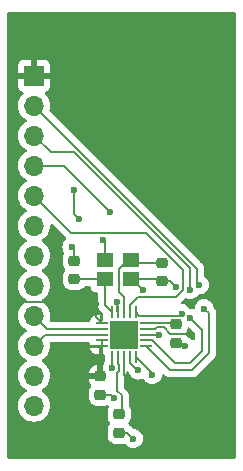
<source format=gbr>
%TF.GenerationSoftware,KiCad,Pcbnew,8.0.4*%
%TF.CreationDate,2024-10-29T17:12:26-05:00*%
%TF.ProjectId,smd_breadboard,736d645f-6272-4656-9164-626f6172642e,rev?*%
%TF.SameCoordinates,Original*%
%TF.FileFunction,Copper,L1,Top*%
%TF.FilePolarity,Positive*%
%FSLAX46Y46*%
G04 Gerber Fmt 4.6, Leading zero omitted, Abs format (unit mm)*
G04 Created by KiCad (PCBNEW 8.0.4) date 2024-10-29 17:12:26*
%MOMM*%
%LPD*%
G01*
G04 APERTURE LIST*
G04 Aperture macros list*
%AMRoundRect*
0 Rectangle with rounded corners*
0 $1 Rounding radius*
0 $2 $3 $4 $5 $6 $7 $8 $9 X,Y pos of 4 corners*
0 Add a 4 corners polygon primitive as box body*
4,1,4,$2,$3,$4,$5,$6,$7,$8,$9,$2,$3,0*
0 Add four circle primitives for the rounded corners*
1,1,$1+$1,$2,$3*
1,1,$1+$1,$4,$5*
1,1,$1+$1,$6,$7*
1,1,$1+$1,$8,$9*
0 Add four rect primitives between the rounded corners*
20,1,$1+$1,$2,$3,$4,$5,0*
20,1,$1+$1,$4,$5,$6,$7,0*
20,1,$1+$1,$6,$7,$8,$9,0*
20,1,$1+$1,$8,$9,$2,$3,0*%
G04 Aperture macros list end*
%TA.AperFunction,ComponentPad*%
%ADD10R,1.700000X1.700000*%
%TD*%
%TA.AperFunction,ComponentPad*%
%ADD11O,1.700000X1.700000*%
%TD*%
%TA.AperFunction,SMDPad,CuDef*%
%ADD12RoundRect,0.062500X0.425000X0.062500X-0.425000X0.062500X-0.425000X-0.062500X0.425000X-0.062500X0*%
%TD*%
%TA.AperFunction,SMDPad,CuDef*%
%ADD13RoundRect,0.062500X0.062500X0.425000X-0.062500X0.425000X-0.062500X-0.425000X0.062500X-0.425000X0*%
%TD*%
%TA.AperFunction,HeatsinkPad*%
%ADD14R,2.400000X2.400000*%
%TD*%
%TA.AperFunction,SMDPad,CuDef*%
%ADD15R,1.400000X1.200000*%
%TD*%
%TA.AperFunction,SMDPad,CuDef*%
%ADD16RoundRect,0.218750X-0.256250X0.218750X-0.256250X-0.218750X0.256250X-0.218750X0.256250X0.218750X0*%
%TD*%
%TA.AperFunction,SMDPad,CuDef*%
%ADD17RoundRect,0.225000X-0.250000X0.225000X-0.250000X-0.225000X0.250000X-0.225000X0.250000X0.225000X0*%
%TD*%
%TA.AperFunction,SMDPad,CuDef*%
%ADD18RoundRect,0.225000X0.250000X-0.225000X0.250000X0.225000X-0.250000X0.225000X-0.250000X-0.225000X0*%
%TD*%
%TA.AperFunction,ViaPad*%
%ADD19C,0.600000*%
%TD*%
%TA.AperFunction,Conductor*%
%ADD20C,0.200000*%
%TD*%
G04 APERTURE END LIST*
D10*
%TO.P,J2,1,Pin_1*%
%TO.N,VDD*%
X154200000Y-38880000D03*
D11*
%TO.P,J2,2,Pin_2*%
%TO.N,SPI_SCLK*%
X154200000Y-41420000D03*
%TO.P,J2,3,Pin_3*%
%TO.N,SPI_MISO*%
X154200000Y-43960000D03*
%TO.P,J2,4,Pin_4*%
%TO.N,SPI_MOSI*%
X154200000Y-46500000D03*
%TO.P,J2,5,Pin_5*%
%TO.N,SPI_NSS*%
X154200000Y-49040000D03*
%TO.P,J2,6,Pin_6*%
%TO.N,GDO0*%
X154200000Y-51580000D03*
%TO.P,J2,7,Pin_7*%
%TO.N,GDO2*%
X154200000Y-54120000D03*
%TO.P,J2,8,Pin_8*%
%TO.N,GND*%
X154200000Y-56660000D03*
%TO.P,J2,9,Pin_9*%
%TO.N,RF_P*%
X154200000Y-59200000D03*
%TO.P,J2,10,Pin_10*%
%TO.N,RF_N*%
X154200000Y-61740000D03*
%TO.P,J2,11,Pin_11*%
%TO.N,GND*%
X154200000Y-64280000D03*
%TO.P,J2,12,Pin_12*%
X154200000Y-66820000D03*
%TD*%
D12*
%TO.P,U2,1,SCLK*%
%TO.N,SPI_SCLK*%
X163687500Y-61800000D03*
%TO.P,U2,2,SO*%
%TO.N,SPI_MISO*%
X163687500Y-61300000D03*
%TO.P,U2,3,GDO2*%
%TO.N,GDO2*%
X163687500Y-60800000D03*
%TO.P,U2,4,DVDD*%
%TO.N,VDD*%
X163687500Y-60300000D03*
%TO.P,U2,5,DCOUPL*%
%TO.N,Net-(U2-DCOUPL)*%
X163687500Y-59800000D03*
D13*
%TO.P,U2,6,GDO0*%
%TO.N,GDO0*%
X162800000Y-58912500D03*
%TO.P,U2,7,CSN*%
%TO.N,SPI_NSS*%
X162300000Y-58912500D03*
%TO.P,U2,8,XOSC_Q1*%
%TO.N,OSC_IN*%
X161800000Y-58912500D03*
%TO.P,U2,9,AVDD*%
%TO.N,VDD*%
X161300000Y-58912500D03*
%TO.P,U2,10,XOSC_Q2*%
%TO.N,OSC_OUT*%
X160800000Y-58912500D03*
D12*
%TO.P,U2,11,AVDD*%
%TO.N,VDD*%
X159912500Y-59800000D03*
%TO.P,U2,12,RF_P*%
%TO.N,RF_P*%
X159912500Y-60300000D03*
%TO.P,U2,13,RF_N*%
%TO.N,RF_N*%
X159912500Y-60800000D03*
%TO.P,U2,14,AVDD*%
%TO.N,VDD*%
X159912500Y-61300000D03*
%TO.P,U2,15,AVDD*%
X159912500Y-61800000D03*
D13*
%TO.P,U2,16,GND*%
%TO.N,GND*%
X160800000Y-62687500D03*
%TO.P,U2,17,RBIAS*%
%TO.N,RBIAS*%
X161300000Y-62687500D03*
%TO.P,U2,18,DGUARD*%
%TO.N,VDD*%
X161800000Y-62687500D03*
%TO.P,U2,19,GND*%
%TO.N,GND*%
X162300000Y-62687500D03*
%TO.P,U2,20,SI*%
%TO.N,SPI_MOSI*%
X162800000Y-62687500D03*
D14*
%TO.P,U2,21,EPAD*%
%TO.N,GND*%
X161800000Y-60800000D03*
%TD*%
D15*
%TO.P,Y1,1,X'TAL_1*%
%TO.N,OSC_IN*%
X162400000Y-54512500D03*
%TO.P,Y1,2,NC_1*%
%TO.N,GND*%
X160200000Y-54512500D03*
%TO.P,Y1,3,X'TAL_2*%
%TO.N,OSC_OUT*%
X160200000Y-56112500D03*
%TO.P,Y1,4,NC_2*%
%TO.N,GND*%
X162400000Y-56112500D03*
%TD*%
D16*
%TO.P,R1,1*%
%TO.N,RBIAS*%
X161400000Y-67525000D03*
%TO.P,R1,2*%
%TO.N,GND*%
X161400000Y-69100000D03*
%TD*%
D17*
%TO.P,C8,1*%
%TO.N,VDD*%
X159800000Y-64337500D03*
%TO.P,C8,2*%
%TO.N,GND*%
X159800000Y-65887500D03*
%TD*%
D18*
%TO.P,C7,1*%
%TO.N,OSC_OUT*%
X157600000Y-56087500D03*
%TO.P,C7,2*%
%TO.N,GND*%
X157600000Y-54537500D03*
%TD*%
D17*
%TO.P,C6,1*%
%TO.N,OSC_IN*%
X165000000Y-54737500D03*
%TO.P,C6,2*%
%TO.N,GND*%
X165000000Y-56287500D03*
%TD*%
%TO.P,C5,1*%
%TO.N,Net-(U2-DCOUPL)*%
X166200000Y-59937500D03*
%TO.P,C5,2*%
%TO.N,GND*%
X166200000Y-61487500D03*
%TD*%
D19*
%TO.N,VDD*%
X152800000Y-58000000D03*
X156200000Y-59000000D03*
%TO.N,GND*%
X157600000Y-48600000D03*
X158000000Y-51000000D03*
%TO.N,VDD*%
X170400000Y-62000000D03*
X167600000Y-60800000D03*
X159400000Y-58200000D03*
X161200000Y-58000000D03*
%TO.N,SPI_SCLK*%
X168600000Y-58600000D03*
X168200000Y-56600000D03*
%TO.N,SPI_MISO*%
X167400000Y-59400000D03*
X167400000Y-57000000D03*
%TO.N,GND*%
X161800000Y-61600000D03*
X161000000Y-60800000D03*
X162600000Y-61600000D03*
X161000000Y-61600000D03*
X161800000Y-60800000D03*
X162600000Y-60800000D03*
X162600000Y-60000000D03*
X161800000Y-60000000D03*
X161000000Y-60000000D03*
%TO.N,GDO0*%
X166677972Y-59020607D03*
%TO.N,SPI_MOSI*%
X160600000Y-50400000D03*
X164200000Y-64200000D03*
%TO.N,GDO2*%
X164805510Y-60805510D03*
%TO.N,GND*%
X160800000Y-63600000D03*
X160000000Y-52800000D03*
X163400000Y-57000000D03*
X166200000Y-56800000D03*
X157400000Y-53400000D03*
X163000000Y-63800000D03*
X167000000Y-61800000D03*
X162600000Y-69600000D03*
X161000000Y-66200000D03*
%TD*%
D20*
%TO.N,VDD*%
X155200000Y-58000000D02*
X152800000Y-58000000D01*
X156200000Y-59000000D02*
X155200000Y-58000000D01*
X161800000Y-64200000D02*
X162800000Y-65200000D01*
X161800000Y-63185785D02*
X161800000Y-64200000D01*
%TO.N,RBIAS*%
X161600000Y-65951471D02*
X161600000Y-67325000D01*
X161200000Y-64048529D02*
X161200000Y-65551471D01*
X161200000Y-65551471D02*
X161600000Y-65951471D01*
X161400000Y-63848529D02*
X161200000Y-64048529D01*
X161400000Y-63351471D02*
X161400000Y-63848529D01*
X161300000Y-63251471D02*
X161400000Y-63351471D01*
X161300000Y-62687500D02*
X161300000Y-63251471D01*
X161600000Y-67325000D02*
X161400000Y-67525000D01*
%TO.N,GND*%
X160800000Y-63600000D02*
X160800000Y-62687500D01*
%TO.N,VDD*%
X161800000Y-62687500D02*
X161800000Y-63185785D01*
%TO.N,GND*%
X162300000Y-63189386D02*
X162300000Y-62687500D01*
X163000000Y-63800000D02*
X162910614Y-63800000D01*
X162910614Y-63800000D02*
X162300000Y-63189386D01*
%TO.N,VDD*%
X159912500Y-61800000D02*
X159912500Y-61300000D01*
%TO.N,GND*%
X157600000Y-50600000D02*
X158000000Y-51000000D01*
X157600000Y-48600000D02*
X157600000Y-50600000D01*
X164825000Y-56112500D02*
X165000000Y-56287500D01*
X162400000Y-56112500D02*
X164825000Y-56112500D01*
%TO.N,VDD*%
X167537500Y-60737500D02*
X167600000Y-60800000D01*
X165737500Y-60737500D02*
X167537500Y-60737500D01*
X165200000Y-60200000D02*
X165737500Y-60737500D01*
X164562491Y-60200000D02*
X165200000Y-60200000D01*
X164462491Y-60300000D02*
X164562491Y-60200000D01*
X163687500Y-60300000D02*
X164462491Y-60300000D01*
%TO.N,SPI_MISO*%
X168400000Y-60400000D02*
X167400000Y-59400000D01*
X168400000Y-62200000D02*
X168400000Y-60400000D01*
X167400000Y-63200000D02*
X168400000Y-62200000D01*
X166089386Y-63200000D02*
X167400000Y-63200000D01*
X164189386Y-61300000D02*
X166089386Y-63200000D01*
X163687500Y-61300000D02*
X164189386Y-61300000D01*
%TO.N,SPI_SCLK*%
X165687500Y-63800000D02*
X163687500Y-61800000D01*
X169000000Y-62400000D02*
X167600000Y-63800000D01*
X168600000Y-58600000D02*
X169000000Y-59000000D01*
X169000000Y-59000000D02*
X169000000Y-62400000D01*
X167600000Y-63800000D02*
X165687500Y-63800000D01*
%TO.N,VDD*%
X159400000Y-59287500D02*
X159912500Y-59800000D01*
X159400000Y-58200000D02*
X159400000Y-59287500D01*
X161225000Y-58025000D02*
X161200000Y-58000000D01*
X161225000Y-58400000D02*
X161225000Y-58025000D01*
%TO.N,OSC_IN*%
X161400000Y-55212500D02*
X161400000Y-57200000D01*
X161400000Y-57200000D02*
X161800000Y-57600000D01*
X162100000Y-54512500D02*
X161400000Y-55212500D01*
X161800000Y-57600000D02*
X161800000Y-58912500D01*
X162400000Y-54512500D02*
X162100000Y-54512500D01*
%TO.N,VDD*%
X161225000Y-58837500D02*
X161225000Y-58400000D01*
X161300000Y-58912500D02*
X161225000Y-58837500D01*
%TO.N,GDO0*%
X165726304Y-59187500D02*
X165713804Y-59200000D01*
X166511079Y-59187500D02*
X165726304Y-59187500D01*
X165713804Y-59200000D02*
X163087500Y-59200000D01*
X163087500Y-59200000D02*
X162800000Y-58912500D01*
X166677972Y-59020607D02*
X166511079Y-59187500D01*
%TO.N,SPI_NSS*%
X166800000Y-57048529D02*
X166248529Y-57600000D01*
X166800000Y-55313804D02*
X166800000Y-57048529D01*
X163686196Y-52200000D02*
X166800000Y-55313804D01*
X163000000Y-57600000D02*
X162300000Y-58300000D01*
X157360000Y-52200000D02*
X163686196Y-52200000D01*
X166248529Y-57600000D02*
X163000000Y-57600000D01*
X154200000Y-49040000D02*
X157360000Y-52200000D01*
X162300000Y-58300000D02*
X162300000Y-58912500D01*
%TO.N,SPI_SCLK*%
X168000000Y-56400000D02*
X168200000Y-56600000D01*
X168000000Y-55220000D02*
X168000000Y-56400000D01*
%TO.N,SPI_MISO*%
X155590000Y-45350000D02*
X154200000Y-43960000D01*
X167400000Y-55200000D02*
X157550000Y-45350000D01*
X157550000Y-45350000D02*
X155590000Y-45350000D01*
X167400000Y-57000000D02*
X167400000Y-55200000D01*
%TO.N,SPI_MOSI*%
X162800000Y-62687500D02*
X164200000Y-64087500D01*
X164200000Y-64087500D02*
X164200000Y-64200000D01*
X156700000Y-46500000D02*
X160600000Y-50400000D01*
X154200000Y-46500000D02*
X156700000Y-46500000D01*
%TO.N,GND*%
X166512500Y-61800000D02*
X166200000Y-61487500D01*
X167000000Y-61800000D02*
X166512500Y-61800000D01*
%TO.N,GDO2*%
X164800000Y-60800000D02*
X163687500Y-60800000D01*
X164805510Y-60805510D02*
X164800000Y-60800000D01*
%TO.N,SPI_SCLK*%
X168000000Y-55220000D02*
X154200000Y-41420000D01*
%TO.N,GND*%
X160200000Y-53000000D02*
X160000000Y-52800000D01*
X160200000Y-54512500D02*
X160200000Y-53000000D01*
X162512500Y-56112500D02*
X163400000Y-57000000D01*
X162400000Y-56112500D02*
X162512500Y-56112500D01*
X165687500Y-56287500D02*
X166200000Y-56800000D01*
X165000000Y-56287500D02*
X165687500Y-56287500D01*
X157600000Y-53600000D02*
X157400000Y-53400000D01*
X157600000Y-54537500D02*
X157600000Y-53600000D01*
X162100000Y-69100000D02*
X162600000Y-69600000D01*
X161400000Y-69100000D02*
X162100000Y-69100000D01*
X160687500Y-65887500D02*
X161000000Y-66200000D01*
X159800000Y-65887500D02*
X160687500Y-65887500D01*
%TO.N,Net-(U2-DCOUPL)*%
X163687500Y-59800000D02*
X166062500Y-59800000D01*
X166062500Y-59800000D02*
X166200000Y-59937500D01*
%TO.N,OSC_OUT*%
X160175000Y-56087500D02*
X160200000Y-56112500D01*
X157600000Y-56087500D02*
X160175000Y-56087500D01*
%TO.N,OSC_IN*%
X162625000Y-54737500D02*
X162400000Y-54512500D01*
X165000000Y-54737500D02*
X162625000Y-54737500D01*
%TO.N,OSC_OUT*%
X160200000Y-58312500D02*
X160800000Y-58912500D01*
X160200000Y-56112500D02*
X160200000Y-58312500D01*
%TO.N,VDD*%
X159800000Y-61912500D02*
X159912500Y-61800000D01*
X159800000Y-64337500D02*
X159800000Y-61912500D01*
%TO.N,RF_N*%
X155140000Y-60800000D02*
X154200000Y-61740000D01*
X159912500Y-60800000D02*
X155140000Y-60800000D01*
%TO.N,RF_P*%
X155300000Y-60300000D02*
X159912500Y-60300000D01*
X154200000Y-59200000D02*
X155300000Y-60300000D01*
%TD*%
%TA.AperFunction,Conductor*%
%TO.N,VDD*%
G36*
X167307666Y-60195161D02*
G01*
X167372079Y-60222225D01*
X167381465Y-60230700D01*
X167763181Y-60612416D01*
X167796666Y-60673739D01*
X167799500Y-60700097D01*
X167799500Y-61168060D01*
X167779815Y-61235099D01*
X167727011Y-61280854D01*
X167657853Y-61290798D01*
X167594297Y-61261773D01*
X167587819Y-61255741D01*
X167502262Y-61170184D01*
X167349521Y-61074210D01*
X167250001Y-61039387D01*
X167182121Y-61015635D01*
X167125347Y-60974914D01*
X167116074Y-60959777D01*
X167115795Y-60959950D01*
X167022970Y-60809459D01*
X167022967Y-60809455D01*
X167013693Y-60800181D01*
X166980208Y-60738858D01*
X166985192Y-60669166D01*
X167013693Y-60624819D01*
X167022968Y-60615544D01*
X167112003Y-60471197D01*
X167165349Y-60310208D01*
X167165854Y-60305265D01*
X167192249Y-60240573D01*
X167249429Y-60200421D01*
X167303088Y-60194645D01*
X167307666Y-60195161D01*
G37*
%TD.AperFunction*%
%TA.AperFunction,Conductor*%
G36*
X155749473Y-51440911D02*
G01*
X155764431Y-51453666D01*
X156875139Y-52564374D01*
X156875160Y-52564397D01*
X156901661Y-52590898D01*
X156935146Y-52652221D01*
X156930162Y-52721913D01*
X156901662Y-52766260D01*
X156770183Y-52897739D01*
X156674211Y-53050476D01*
X156614631Y-53220745D01*
X156614630Y-53220750D01*
X156594435Y-53399996D01*
X156594435Y-53400003D01*
X156614630Y-53579249D01*
X156614633Y-53579262D01*
X156674209Y-53749518D01*
X156674211Y-53749522D01*
X156719243Y-53821191D01*
X156738243Y-53888428D01*
X156719789Y-53952258D01*
X156688000Y-54003798D01*
X156687996Y-54003805D01*
X156634651Y-54164790D01*
X156624500Y-54264147D01*
X156624500Y-54810837D01*
X156624501Y-54810855D01*
X156634651Y-54910206D01*
X156634651Y-54910208D01*
X156687996Y-55071194D01*
X156688001Y-55071205D01*
X156777029Y-55215540D01*
X156777032Y-55215544D01*
X156786307Y-55224819D01*
X156819792Y-55286142D01*
X156814808Y-55355834D01*
X156786307Y-55400181D01*
X156777032Y-55409455D01*
X156777029Y-55409459D01*
X156688001Y-55553794D01*
X156687996Y-55553805D01*
X156634651Y-55714790D01*
X156624500Y-55814147D01*
X156624500Y-56360837D01*
X156624501Y-56360855D01*
X156634650Y-56460207D01*
X156634651Y-56460210D01*
X156687996Y-56621194D01*
X156688001Y-56621205D01*
X156777029Y-56765540D01*
X156777032Y-56765544D01*
X156896955Y-56885467D01*
X156896959Y-56885470D01*
X157041294Y-56974498D01*
X157041297Y-56974499D01*
X157041303Y-56974503D01*
X157202292Y-57027849D01*
X157301655Y-57038000D01*
X157898344Y-57037999D01*
X157898352Y-57037998D01*
X157898355Y-57037998D01*
X157952760Y-57032440D01*
X157997708Y-57027849D01*
X158158697Y-56974503D01*
X158303044Y-56885468D01*
X158422968Y-56765544D01*
X158434465Y-56746903D01*
X158486412Y-56700179D01*
X158540004Y-56688000D01*
X158880336Y-56688000D01*
X158947375Y-56707685D01*
X158993130Y-56760489D01*
X159003626Y-56798746D01*
X159005909Y-56819983D01*
X159056202Y-56954828D01*
X159056206Y-56954835D01*
X159142452Y-57070044D01*
X159142455Y-57070047D01*
X159257664Y-57156293D01*
X159257671Y-57156297D01*
X159302618Y-57173061D01*
X159392517Y-57206591D01*
X159452127Y-57213000D01*
X159475497Y-57212999D01*
X159542536Y-57232681D01*
X159588292Y-57285483D01*
X159599500Y-57336999D01*
X159599500Y-58225830D01*
X159599499Y-58225848D01*
X159599499Y-58391554D01*
X159599498Y-58391554D01*
X159599499Y-58391557D01*
X159640423Y-58544285D01*
X159640424Y-58544287D01*
X159640423Y-58544287D01*
X159650777Y-58562219D01*
X159650778Y-58562220D01*
X159719477Y-58681212D01*
X159719481Y-58681217D01*
X159838349Y-58800085D01*
X159838355Y-58800090D01*
X160037701Y-58999436D01*
X160071186Y-59060759D01*
X160066202Y-59130451D01*
X160037702Y-59174797D01*
X160037500Y-59174999D01*
X160037500Y-59550500D01*
X160017815Y-59617539D01*
X159965011Y-59663294D01*
X159913500Y-59674500D01*
X159911500Y-59674500D01*
X159844461Y-59654815D01*
X159798706Y-59602011D01*
X159787500Y-59550500D01*
X159787500Y-59175000D01*
X159450622Y-59175000D01*
X159340658Y-59189478D01*
X159340657Y-59189478D01*
X159203824Y-59246156D01*
X159086320Y-59336320D01*
X158996156Y-59453824D01*
X158939478Y-59590657D01*
X158939477Y-59590660D01*
X158939343Y-59591684D01*
X158938989Y-59592484D01*
X158937375Y-59598508D01*
X158936435Y-59598256D01*
X158911077Y-59655581D01*
X158852753Y-59694053D01*
X158816404Y-59699500D01*
X155625900Y-59699500D01*
X155558861Y-59679815D01*
X155513106Y-59627011D01*
X155503162Y-59557853D01*
X155506125Y-59543407D01*
X155530128Y-59453824D01*
X155535063Y-59435408D01*
X155555659Y-59200000D01*
X155535063Y-58964592D01*
X155473903Y-58736337D01*
X155374035Y-58522171D01*
X155371356Y-58518344D01*
X155238494Y-58328597D01*
X155071402Y-58161506D01*
X155071396Y-58161501D01*
X154885842Y-58031575D01*
X154842217Y-57976998D01*
X154835023Y-57907500D01*
X154866546Y-57845145D01*
X154885842Y-57828425D01*
X154918489Y-57805565D01*
X155071401Y-57698495D01*
X155238495Y-57531401D01*
X155374035Y-57337830D01*
X155473903Y-57123663D01*
X155535063Y-56895408D01*
X155555659Y-56660000D01*
X155535063Y-56424592D01*
X155473903Y-56196337D01*
X155374035Y-55982171D01*
X155351695Y-55950265D01*
X155238494Y-55788597D01*
X155071402Y-55621506D01*
X155071396Y-55621501D01*
X154885842Y-55491575D01*
X154842217Y-55436998D01*
X154835023Y-55367500D01*
X154866546Y-55305145D01*
X154885842Y-55288425D01*
X154913347Y-55269166D01*
X155071401Y-55158495D01*
X155238495Y-54991401D01*
X155374035Y-54797830D01*
X155473903Y-54583663D01*
X155535063Y-54355408D01*
X155555659Y-54120000D01*
X155535063Y-53884592D01*
X155477608Y-53670164D01*
X155473905Y-53656344D01*
X155473904Y-53656343D01*
X155473903Y-53656337D01*
X155374035Y-53442171D01*
X155352910Y-53412000D01*
X155238494Y-53248597D01*
X155071402Y-53081506D01*
X155071396Y-53081501D01*
X154885842Y-52951575D01*
X154842217Y-52896998D01*
X154835023Y-52827500D01*
X154866546Y-52765145D01*
X154885842Y-52748425D01*
X155023235Y-52652221D01*
X155071401Y-52618495D01*
X155238495Y-52451401D01*
X155374035Y-52257830D01*
X155473903Y-52043663D01*
X155535063Y-51815408D01*
X155555659Y-51580000D01*
X155553222Y-51552154D01*
X155566987Y-51483657D01*
X155615601Y-51433473D01*
X155683629Y-51417538D01*
X155749473Y-51440911D01*
G37*
%TD.AperFunction*%
%TA.AperFunction,Conductor*%
G36*
X171242539Y-33520185D02*
G01*
X171288294Y-33572989D01*
X171299500Y-33624500D01*
X171299500Y-71175500D01*
X171279815Y-71242539D01*
X171227011Y-71288294D01*
X171175500Y-71299500D01*
X152024500Y-71299500D01*
X151957461Y-71279815D01*
X151911706Y-71227011D01*
X151900500Y-71175500D01*
X151900500Y-41419999D01*
X152844341Y-41419999D01*
X152844341Y-41420000D01*
X152864936Y-41655403D01*
X152864938Y-41655413D01*
X152926094Y-41883655D01*
X152926096Y-41883659D01*
X152926097Y-41883663D01*
X152935362Y-41903531D01*
X153025965Y-42097830D01*
X153025967Y-42097834D01*
X153161501Y-42291395D01*
X153161506Y-42291402D01*
X153328597Y-42458493D01*
X153328603Y-42458498D01*
X153514158Y-42588425D01*
X153557783Y-42643002D01*
X153564977Y-42712500D01*
X153533454Y-42774855D01*
X153514158Y-42791575D01*
X153328597Y-42921505D01*
X153161505Y-43088597D01*
X153025965Y-43282169D01*
X153025964Y-43282171D01*
X152926098Y-43496335D01*
X152926094Y-43496344D01*
X152864938Y-43724586D01*
X152864936Y-43724596D01*
X152844341Y-43959999D01*
X152844341Y-43960000D01*
X152864936Y-44195403D01*
X152864938Y-44195413D01*
X152926094Y-44423655D01*
X152926096Y-44423659D01*
X152926097Y-44423663D01*
X153025965Y-44637830D01*
X153025967Y-44637834D01*
X153161501Y-44831395D01*
X153161506Y-44831402D01*
X153328597Y-44998493D01*
X153328603Y-44998498D01*
X153514158Y-45128425D01*
X153557783Y-45183002D01*
X153564977Y-45252500D01*
X153533454Y-45314855D01*
X153514158Y-45331575D01*
X153328597Y-45461505D01*
X153161505Y-45628597D01*
X153025965Y-45822169D01*
X153025964Y-45822171D01*
X152926098Y-46036335D01*
X152926094Y-46036344D01*
X152864938Y-46264586D01*
X152864936Y-46264596D01*
X152844341Y-46499999D01*
X152844341Y-46500000D01*
X152864936Y-46735403D01*
X152864938Y-46735413D01*
X152926094Y-46963655D01*
X152926096Y-46963659D01*
X152926097Y-46963663D01*
X152998839Y-47119658D01*
X153025965Y-47177830D01*
X153025967Y-47177834D01*
X153161501Y-47371395D01*
X153161506Y-47371402D01*
X153328597Y-47538493D01*
X153328603Y-47538498D01*
X153514158Y-47668425D01*
X153557783Y-47723002D01*
X153564977Y-47792500D01*
X153533454Y-47854855D01*
X153514158Y-47871575D01*
X153328597Y-48001505D01*
X153161505Y-48168597D01*
X153025965Y-48362169D01*
X153025964Y-48362171D01*
X152926098Y-48576335D01*
X152926094Y-48576344D01*
X152864938Y-48804586D01*
X152864936Y-48804596D01*
X152844341Y-49039999D01*
X152844341Y-49040000D01*
X152864936Y-49275403D01*
X152864938Y-49275413D01*
X152926094Y-49503655D01*
X152926096Y-49503659D01*
X152926097Y-49503663D01*
X152977843Y-49614632D01*
X153025965Y-49717830D01*
X153025967Y-49717834D01*
X153161501Y-49911395D01*
X153161506Y-49911402D01*
X153328597Y-50078493D01*
X153328603Y-50078498D01*
X153514158Y-50208425D01*
X153557783Y-50263002D01*
X153564977Y-50332500D01*
X153533454Y-50394855D01*
X153514158Y-50411575D01*
X153328597Y-50541505D01*
X153161505Y-50708597D01*
X153025965Y-50902169D01*
X153025964Y-50902171D01*
X152926098Y-51116335D01*
X152926094Y-51116344D01*
X152864938Y-51344586D01*
X152864936Y-51344596D01*
X152844341Y-51579999D01*
X152844341Y-51580000D01*
X152864936Y-51815403D01*
X152864938Y-51815413D01*
X152926094Y-52043655D01*
X152926096Y-52043659D01*
X152926097Y-52043663D01*
X153025965Y-52257830D01*
X153025967Y-52257834D01*
X153161501Y-52451395D01*
X153161506Y-52451402D01*
X153328597Y-52618493D01*
X153328603Y-52618498D01*
X153514158Y-52748425D01*
X153557783Y-52803002D01*
X153564977Y-52872500D01*
X153533454Y-52934855D01*
X153514158Y-52951575D01*
X153328597Y-53081505D01*
X153161505Y-53248597D01*
X153025965Y-53442169D01*
X153025964Y-53442171D01*
X152926098Y-53656335D01*
X152926094Y-53656344D01*
X152864938Y-53884586D01*
X152864936Y-53884596D01*
X152844341Y-54119999D01*
X152844341Y-54120000D01*
X152864936Y-54355403D01*
X152864938Y-54355413D01*
X152926094Y-54583655D01*
X152926096Y-54583659D01*
X152926097Y-54583663D01*
X152996732Y-54735139D01*
X153025965Y-54797830D01*
X153025967Y-54797834D01*
X153161501Y-54991395D01*
X153161506Y-54991402D01*
X153328597Y-55158493D01*
X153328603Y-55158498D01*
X153514158Y-55288425D01*
X153557783Y-55343002D01*
X153564977Y-55412500D01*
X153533454Y-55474855D01*
X153514158Y-55491575D01*
X153328597Y-55621505D01*
X153161505Y-55788597D01*
X153025965Y-55982169D01*
X153025964Y-55982171D01*
X152926098Y-56196335D01*
X152926094Y-56196344D01*
X152864938Y-56424586D01*
X152864936Y-56424596D01*
X152844341Y-56659999D01*
X152844341Y-56660000D01*
X152864936Y-56895403D01*
X152864938Y-56895413D01*
X152926094Y-57123655D01*
X152926096Y-57123659D01*
X152926097Y-57123663D01*
X152941315Y-57156297D01*
X153025965Y-57337830D01*
X153025967Y-57337834D01*
X153161501Y-57531395D01*
X153161506Y-57531402D01*
X153328597Y-57698493D01*
X153328603Y-57698498D01*
X153514158Y-57828425D01*
X153557783Y-57883002D01*
X153564977Y-57952500D01*
X153533454Y-58014855D01*
X153514158Y-58031575D01*
X153328597Y-58161505D01*
X153161505Y-58328597D01*
X153025965Y-58522169D01*
X153025964Y-58522171D01*
X152926098Y-58736335D01*
X152926094Y-58736344D01*
X152864938Y-58964586D01*
X152864936Y-58964596D01*
X152844341Y-59199999D01*
X152844341Y-59200000D01*
X152864936Y-59435403D01*
X152864938Y-59435413D01*
X152926094Y-59663655D01*
X152926096Y-59663659D01*
X152926097Y-59663663D01*
X153025965Y-59877830D01*
X153025967Y-59877834D01*
X153161501Y-60071395D01*
X153161506Y-60071402D01*
X153328597Y-60238493D01*
X153328603Y-60238498D01*
X153514158Y-60368425D01*
X153557783Y-60423002D01*
X153564977Y-60492500D01*
X153533454Y-60554855D01*
X153514158Y-60571575D01*
X153328597Y-60701505D01*
X153161505Y-60868597D01*
X153025965Y-61062169D01*
X153025964Y-61062171D01*
X152926098Y-61276335D01*
X152926094Y-61276344D01*
X152864938Y-61504586D01*
X152864936Y-61504596D01*
X152844341Y-61739999D01*
X152844341Y-61740000D01*
X152864936Y-61975403D01*
X152864938Y-61975413D01*
X152926094Y-62203655D01*
X152926096Y-62203659D01*
X152926097Y-62203663D01*
X152954083Y-62263679D01*
X153025965Y-62417830D01*
X153025967Y-62417834D01*
X153101559Y-62525789D01*
X153143276Y-62585368D01*
X153161501Y-62611395D01*
X153161506Y-62611402D01*
X153328597Y-62778493D01*
X153328603Y-62778498D01*
X153514158Y-62908425D01*
X153557783Y-62963002D01*
X153564977Y-63032500D01*
X153533454Y-63094855D01*
X153514158Y-63111575D01*
X153328597Y-63241505D01*
X153161505Y-63408597D01*
X153025965Y-63602169D01*
X153025964Y-63602171D01*
X152926098Y-63816335D01*
X152926094Y-63816344D01*
X152864938Y-64044586D01*
X152864936Y-64044596D01*
X152844341Y-64279999D01*
X152844341Y-64280000D01*
X152864936Y-64515403D01*
X152864938Y-64515413D01*
X152926094Y-64743655D01*
X152926096Y-64743659D01*
X152926097Y-64743663D01*
X152966271Y-64829816D01*
X153025965Y-64957830D01*
X153025967Y-64957834D01*
X153161501Y-65151395D01*
X153161506Y-65151402D01*
X153328597Y-65318493D01*
X153328603Y-65318498D01*
X153514158Y-65448425D01*
X153557783Y-65503002D01*
X153564977Y-65572500D01*
X153533454Y-65634855D01*
X153514158Y-65651575D01*
X153328597Y-65781505D01*
X153161505Y-65948597D01*
X153025965Y-66142169D01*
X153025964Y-66142171D01*
X152926098Y-66356335D01*
X152926094Y-66356344D01*
X152864938Y-66584586D01*
X152864936Y-66584596D01*
X152844341Y-66819999D01*
X152844341Y-66820000D01*
X152864936Y-67055403D01*
X152864938Y-67055413D01*
X152926094Y-67283655D01*
X152926096Y-67283659D01*
X152926097Y-67283663D01*
X153025965Y-67497830D01*
X153025967Y-67497834D01*
X153134281Y-67652521D01*
X153161505Y-67691401D01*
X153328599Y-67858495D01*
X153373854Y-67890183D01*
X153522165Y-67994032D01*
X153522167Y-67994033D01*
X153522170Y-67994035D01*
X153736337Y-68093903D01*
X153964592Y-68155063D01*
X154152918Y-68171539D01*
X154199999Y-68175659D01*
X154200000Y-68175659D01*
X154200001Y-68175659D01*
X154239234Y-68172226D01*
X154435408Y-68155063D01*
X154663663Y-68093903D01*
X154877830Y-67994035D01*
X155071401Y-67858495D01*
X155238495Y-67691401D01*
X155374035Y-67497830D01*
X155473903Y-67283663D01*
X155535063Y-67055408D01*
X155555659Y-66820000D01*
X155535063Y-66584592D01*
X155473903Y-66356337D01*
X155374035Y-66142171D01*
X155238495Y-65948599D01*
X155238494Y-65948597D01*
X155071402Y-65781506D01*
X155071396Y-65781501D01*
X154885842Y-65651575D01*
X154842217Y-65596998D01*
X154835023Y-65527500D01*
X154866546Y-65465145D01*
X154885842Y-65448425D01*
X155020976Y-65353803D01*
X155071401Y-65318495D01*
X155238495Y-65151401D01*
X155374035Y-64957830D01*
X155473903Y-64743663D01*
X155535063Y-64515408D01*
X155555659Y-64280000D01*
X155536777Y-64064177D01*
X158825000Y-64064177D01*
X158825000Y-64087500D01*
X159550000Y-64087500D01*
X159550000Y-63387500D01*
X159549999Y-63387499D01*
X159501693Y-63387500D01*
X159501675Y-63387501D01*
X159402392Y-63397644D01*
X159241518Y-63450952D01*
X159241507Y-63450957D01*
X159097271Y-63539924D01*
X159097267Y-63539927D01*
X158977427Y-63659767D01*
X158977424Y-63659771D01*
X158888457Y-63804007D01*
X158888452Y-63804018D01*
X158835144Y-63964893D01*
X158825000Y-64064177D01*
X155536777Y-64064177D01*
X155535063Y-64044592D01*
X155473903Y-63816337D01*
X155374035Y-63602171D01*
X155330452Y-63539927D01*
X155238494Y-63408597D01*
X155071402Y-63241506D01*
X155071396Y-63241501D01*
X154885842Y-63111575D01*
X154842217Y-63056998D01*
X154835023Y-62987500D01*
X154866546Y-62925145D01*
X154885842Y-62908425D01*
X154925694Y-62880520D01*
X155071401Y-62778495D01*
X155238495Y-62611401D01*
X155374035Y-62417830D01*
X155473903Y-62203663D01*
X155535063Y-61975408D01*
X155539473Y-61925000D01*
X158928374Y-61925000D01*
X158939478Y-62009340D01*
X158939478Y-62009342D01*
X158996156Y-62146175D01*
X159086320Y-62263679D01*
X159203824Y-62353843D01*
X159340658Y-62410521D01*
X159450622Y-62424999D01*
X159450637Y-62425000D01*
X159787500Y-62425000D01*
X159787500Y-61925000D01*
X158928374Y-61925000D01*
X155539473Y-61925000D01*
X155555659Y-61740000D01*
X155537750Y-61535306D01*
X155551516Y-61466808D01*
X155600131Y-61416625D01*
X155661278Y-61400500D01*
X158816404Y-61400500D01*
X158883443Y-61420185D01*
X158929198Y-61472989D01*
X158939343Y-61508316D01*
X158939477Y-61509339D01*
X158941582Y-61517193D01*
X158938347Y-61518059D01*
X158944112Y-61572126D01*
X158941019Y-61582656D01*
X158941582Y-61582807D01*
X158939478Y-61590659D01*
X158928373Y-61675000D01*
X159913500Y-61675000D01*
X159980539Y-61694685D01*
X160026294Y-61747489D01*
X160037500Y-61799000D01*
X160037500Y-62425000D01*
X160050500Y-62425000D01*
X160117539Y-62444685D01*
X160163294Y-62497489D01*
X160174500Y-62549000D01*
X160174500Y-63055145D01*
X160155494Y-63121117D01*
X160074211Y-63250476D01*
X160014631Y-63420745D01*
X160014630Y-63420750D01*
X159994435Y-63599996D01*
X159994435Y-63600003D01*
X160014630Y-63779246D01*
X160014632Y-63779256D01*
X160043041Y-63860442D01*
X160050000Y-63901397D01*
X160050000Y-64463500D01*
X160030315Y-64530539D01*
X159977511Y-64576294D01*
X159926000Y-64587500D01*
X158825001Y-64587500D01*
X158825001Y-64610822D01*
X158835144Y-64710107D01*
X158888452Y-64870981D01*
X158888457Y-64870992D01*
X158977424Y-65015228D01*
X158977427Y-65015232D01*
X158986660Y-65024465D01*
X159020145Y-65085788D01*
X159015161Y-65155480D01*
X158986663Y-65199824D01*
X158977033Y-65209453D01*
X158977029Y-65209459D01*
X158888001Y-65353794D01*
X158887996Y-65353805D01*
X158834651Y-65514790D01*
X158824500Y-65614147D01*
X158824500Y-66160837D01*
X158824501Y-66160855D01*
X158834650Y-66260207D01*
X158834651Y-66260210D01*
X158887996Y-66421194D01*
X158888001Y-66421205D01*
X158977029Y-66565540D01*
X158977032Y-66565544D01*
X159096955Y-66685467D01*
X159096959Y-66685470D01*
X159241294Y-66774498D01*
X159241297Y-66774499D01*
X159241303Y-66774503D01*
X159402292Y-66827849D01*
X159501655Y-66838000D01*
X160098344Y-66837999D01*
X160098352Y-66837998D01*
X160098355Y-66837998D01*
X160152760Y-66832440D01*
X160197708Y-66827849D01*
X160348985Y-66777720D01*
X160418811Y-66775319D01*
X160475668Y-66807746D01*
X160487052Y-66819130D01*
X160520537Y-66880453D01*
X160515553Y-66950145D01*
X160504910Y-66971907D01*
X160487454Y-67000206D01*
X160487451Y-67000213D01*
X160434564Y-67159815D01*
X160434564Y-67159816D01*
X160434563Y-67159816D01*
X160424500Y-67258318D01*
X160424500Y-67791681D01*
X160434563Y-67890183D01*
X160487450Y-68049784D01*
X160487455Y-68049795D01*
X160575716Y-68192887D01*
X160575719Y-68192891D01*
X160607647Y-68224819D01*
X160641132Y-68286142D01*
X160636148Y-68355834D01*
X160607647Y-68400181D01*
X160575719Y-68432108D01*
X160575716Y-68432112D01*
X160487455Y-68575204D01*
X160487451Y-68575213D01*
X160434564Y-68734815D01*
X160434564Y-68734816D01*
X160434563Y-68734816D01*
X160424500Y-68833318D01*
X160424500Y-69366681D01*
X160434563Y-69465183D01*
X160487450Y-69624784D01*
X160487455Y-69624795D01*
X160575716Y-69767887D01*
X160575719Y-69767891D01*
X160694608Y-69886780D01*
X160694612Y-69886783D01*
X160837704Y-69975044D01*
X160837707Y-69975045D01*
X160837713Y-69975049D01*
X160997315Y-70027936D01*
X161095826Y-70038000D01*
X161095831Y-70038000D01*
X161704169Y-70038000D01*
X161704174Y-70038000D01*
X161802685Y-70027936D01*
X161810383Y-70025384D01*
X161880209Y-70022980D01*
X161940252Y-70058708D01*
X161954383Y-70077115D01*
X161970184Y-70102262D01*
X162097738Y-70229816D01*
X162250478Y-70325789D01*
X162420745Y-70385368D01*
X162420750Y-70385369D01*
X162599996Y-70405565D01*
X162600000Y-70405565D01*
X162600004Y-70405565D01*
X162779249Y-70385369D01*
X162779252Y-70385368D01*
X162779255Y-70385368D01*
X162949522Y-70325789D01*
X163102262Y-70229816D01*
X163229816Y-70102262D01*
X163325789Y-69949522D01*
X163385368Y-69779255D01*
X163385369Y-69779249D01*
X163405565Y-69600003D01*
X163405565Y-69599996D01*
X163385369Y-69420750D01*
X163385368Y-69420745D01*
X163325788Y-69250476D01*
X163229815Y-69097737D01*
X163102262Y-68970184D01*
X162949521Y-68874210D01*
X162779249Y-68814630D01*
X162692332Y-68804837D01*
X162627918Y-68777770D01*
X162618535Y-68769298D01*
X162580523Y-68731286D01*
X162580520Y-68731284D01*
X162468717Y-68619481D01*
X162468716Y-68619480D01*
X162381904Y-68569360D01*
X162381904Y-68569359D01*
X162381900Y-68569358D01*
X162331785Y-68540423D01*
X162331784Y-68540422D01*
X162331783Y-68540422D01*
X162330618Y-68540110D01*
X162329744Y-68539577D01*
X162324275Y-68537312D01*
X162324628Y-68536459D01*
X162270956Y-68503746D01*
X162257170Y-68485431D01*
X162224281Y-68432109D01*
X162192353Y-68400181D01*
X162158868Y-68338858D01*
X162163852Y-68269166D01*
X162192353Y-68224819D01*
X162224281Y-68192891D01*
X162312549Y-68049787D01*
X162365436Y-67890185D01*
X162375500Y-67791674D01*
X162375500Y-67258326D01*
X162365436Y-67159815D01*
X162312549Y-67000213D01*
X162312545Y-67000206D01*
X162312544Y-67000204D01*
X162220490Y-66850962D01*
X162222694Y-66849601D01*
X162201091Y-66796029D01*
X162200500Y-66783932D01*
X162200500Y-65872416D01*
X162200500Y-65872414D01*
X162159577Y-65719687D01*
X162098644Y-65614147D01*
X162080524Y-65582761D01*
X162080521Y-65582757D01*
X162080520Y-65582755D01*
X161968716Y-65470951D01*
X161968715Y-65470950D01*
X161964385Y-65466620D01*
X161964374Y-65466610D01*
X161836819Y-65339055D01*
X161803334Y-65277732D01*
X161800500Y-65251374D01*
X161800500Y-64348627D01*
X161820185Y-64281588D01*
X161836820Y-64260945D01*
X161880517Y-64217248D01*
X161880517Y-64217247D01*
X161880520Y-64217245D01*
X161959577Y-64080313D01*
X161981478Y-63998575D01*
X162017842Y-63938919D01*
X162080689Y-63908390D01*
X162150065Y-63916685D01*
X162203943Y-63961170D01*
X162218292Y-63989715D01*
X162237496Y-64044596D01*
X162274210Y-64149521D01*
X162286271Y-64168716D01*
X162370184Y-64302262D01*
X162497738Y-64429816D01*
X162551346Y-64463500D01*
X162633964Y-64515413D01*
X162650478Y-64525789D01*
X162718306Y-64549523D01*
X162820745Y-64585368D01*
X162820750Y-64585369D01*
X162999996Y-64605565D01*
X163000000Y-64605565D01*
X163000004Y-64605565D01*
X163179249Y-64585369D01*
X163179251Y-64585368D01*
X163179255Y-64585368D01*
X163179258Y-64585366D01*
X163179262Y-64585366D01*
X163346174Y-64526961D01*
X163415953Y-64523399D01*
X163476580Y-64558127D01*
X163492122Y-64578029D01*
X163570182Y-64702260D01*
X163570184Y-64702262D01*
X163697738Y-64829816D01*
X163850478Y-64925789D01*
X164020745Y-64985368D01*
X164020750Y-64985369D01*
X164199996Y-65005565D01*
X164200000Y-65005565D01*
X164200004Y-65005565D01*
X164379249Y-64985369D01*
X164379252Y-64985368D01*
X164379255Y-64985368D01*
X164549522Y-64925789D01*
X164702262Y-64829816D01*
X164829816Y-64702262D01*
X164925789Y-64549522D01*
X164985368Y-64379255D01*
X164987586Y-64359576D01*
X165000299Y-64246735D01*
X165027365Y-64182321D01*
X165084959Y-64142766D01*
X165154796Y-64140627D01*
X165211200Y-64172936D01*
X165318784Y-64280520D01*
X165397194Y-64325789D01*
X165405595Y-64330639D01*
X165405597Y-64330641D01*
X165436750Y-64348627D01*
X165455715Y-64359577D01*
X165608443Y-64400500D01*
X167513331Y-64400500D01*
X167513347Y-64400501D01*
X167520943Y-64400501D01*
X167679054Y-64400501D01*
X167679057Y-64400501D01*
X167831785Y-64359577D01*
X167881904Y-64330639D01*
X167968716Y-64280520D01*
X168080520Y-64168716D01*
X168080520Y-64168714D01*
X168090728Y-64158507D01*
X168090730Y-64158504D01*
X169358506Y-62890728D01*
X169358511Y-62890724D01*
X169368714Y-62880520D01*
X169368716Y-62880520D01*
X169480520Y-62768716D01*
X169484163Y-62762405D01*
X169548499Y-62650973D01*
X169548500Y-62650970D01*
X169559577Y-62631785D01*
X169600501Y-62479057D01*
X169600501Y-62320943D01*
X169600501Y-62313348D01*
X169600500Y-62313330D01*
X169600500Y-58920942D01*
X169600108Y-58919480D01*
X169600109Y-58919479D01*
X169600102Y-58919459D01*
X169585186Y-58863789D01*
X169559577Y-58768216D01*
X169484460Y-58638108D01*
X169480524Y-58631290D01*
X169480518Y-58631282D01*
X169430700Y-58581464D01*
X169397215Y-58520141D01*
X169395163Y-58507684D01*
X169385368Y-58420745D01*
X169325789Y-58250478D01*
X169316212Y-58235237D01*
X169269884Y-58161506D01*
X169229816Y-58097738D01*
X169102262Y-57970184D01*
X169038310Y-57930000D01*
X168949523Y-57874211D01*
X168779254Y-57814631D01*
X168779249Y-57814630D01*
X168600004Y-57794435D01*
X168599996Y-57794435D01*
X168420750Y-57814630D01*
X168420745Y-57814631D01*
X168250476Y-57874211D01*
X168097737Y-57970184D01*
X167970184Y-58097737D01*
X167874211Y-58250476D01*
X167814631Y-58420745D01*
X167814630Y-58420750D01*
X167802096Y-58532001D01*
X167775030Y-58596415D01*
X167717435Y-58635971D01*
X167647598Y-58638108D01*
X167637922Y-58635160D01*
X167579257Y-58614632D01*
X167579250Y-58614630D01*
X167411554Y-58595736D01*
X167347140Y-58568669D01*
X167320446Y-58538491D01*
X167307788Y-58518345D01*
X167180234Y-58390791D01*
X167102818Y-58342147D01*
X167027495Y-58294818D01*
X166857226Y-58235238D01*
X166857222Y-58235237D01*
X166758363Y-58224099D01*
X166693949Y-58197032D01*
X166654394Y-58139437D01*
X166652257Y-58069601D01*
X166684565Y-58013199D01*
X166729049Y-57968716D01*
X166729050Y-57968714D01*
X166937229Y-57760533D01*
X166998552Y-57727049D01*
X167065865Y-57731174D01*
X167220737Y-57785366D01*
X167220743Y-57785367D01*
X167220745Y-57785368D01*
X167220746Y-57785368D01*
X167220750Y-57785369D01*
X167399996Y-57805565D01*
X167400000Y-57805565D01*
X167400004Y-57805565D01*
X167579249Y-57785369D01*
X167579252Y-57785368D01*
X167579255Y-57785368D01*
X167749522Y-57725789D01*
X167902262Y-57629816D01*
X168029816Y-57502262D01*
X168056358Y-57460020D01*
X168108689Y-57413732D01*
X168175233Y-57402774D01*
X168200000Y-57405565D01*
X168200001Y-57405564D01*
X168200002Y-57405565D01*
X168200004Y-57405565D01*
X168379249Y-57385369D01*
X168379252Y-57385368D01*
X168379255Y-57385368D01*
X168549522Y-57325789D01*
X168702262Y-57229816D01*
X168829816Y-57102262D01*
X168925789Y-56949522D01*
X168985368Y-56779255D01*
X168986913Y-56765543D01*
X169005565Y-56600003D01*
X169005565Y-56599996D01*
X168985369Y-56420750D01*
X168985368Y-56420745D01*
X168925789Y-56250478D01*
X168829816Y-56097738D01*
X168702262Y-55970184D01*
X168702261Y-55970183D01*
X168658528Y-55942704D01*
X168612237Y-55890370D01*
X168600500Y-55837710D01*
X168600500Y-55140944D01*
X168600500Y-55140943D01*
X168584711Y-55082019D01*
X168581813Y-55071205D01*
X168575511Y-55047684D01*
X168559577Y-54988215D01*
X168514539Y-54910208D01*
X168480520Y-54851284D01*
X168368716Y-54739480D01*
X168368715Y-54739479D01*
X168364385Y-54735149D01*
X168364374Y-54735139D01*
X155532766Y-41903531D01*
X155499281Y-41842208D01*
X155500672Y-41783757D01*
X155501863Y-41779309D01*
X155535063Y-41655408D01*
X155555659Y-41420000D01*
X155535063Y-41184592D01*
X155473903Y-40956337D01*
X155374035Y-40742171D01*
X155238495Y-40548599D01*
X155116179Y-40426283D01*
X155082696Y-40364963D01*
X155087680Y-40295271D01*
X155129551Y-40239337D01*
X155160529Y-40222422D01*
X155292086Y-40173354D01*
X155292093Y-40173350D01*
X155407187Y-40087190D01*
X155407190Y-40087187D01*
X155493350Y-39972093D01*
X155493354Y-39972086D01*
X155543596Y-39837379D01*
X155543598Y-39837372D01*
X155549999Y-39777844D01*
X155550000Y-39777827D01*
X155550000Y-39130000D01*
X154633012Y-39130000D01*
X154665925Y-39072993D01*
X154700000Y-38945826D01*
X154700000Y-38814174D01*
X154665925Y-38687007D01*
X154633012Y-38630000D01*
X155550000Y-38630000D01*
X155550000Y-37982172D01*
X155549999Y-37982155D01*
X155543598Y-37922627D01*
X155543596Y-37922620D01*
X155493354Y-37787913D01*
X155493350Y-37787906D01*
X155407190Y-37672812D01*
X155407187Y-37672809D01*
X155292093Y-37586649D01*
X155292086Y-37586645D01*
X155157379Y-37536403D01*
X155157372Y-37536401D01*
X155097844Y-37530000D01*
X154450000Y-37530000D01*
X154450000Y-38446988D01*
X154392993Y-38414075D01*
X154265826Y-38380000D01*
X154134174Y-38380000D01*
X154007007Y-38414075D01*
X153950000Y-38446988D01*
X153950000Y-37530000D01*
X153302155Y-37530000D01*
X153242627Y-37536401D01*
X153242620Y-37536403D01*
X153107913Y-37586645D01*
X153107906Y-37586649D01*
X152992812Y-37672809D01*
X152992809Y-37672812D01*
X152906649Y-37787906D01*
X152906645Y-37787913D01*
X152856403Y-37922620D01*
X152856401Y-37922627D01*
X152850000Y-37982155D01*
X152850000Y-38630000D01*
X153766988Y-38630000D01*
X153734075Y-38687007D01*
X153700000Y-38814174D01*
X153700000Y-38945826D01*
X153734075Y-39072993D01*
X153766988Y-39130000D01*
X152850000Y-39130000D01*
X152850000Y-39777844D01*
X152856401Y-39837372D01*
X152856403Y-39837379D01*
X152906645Y-39972086D01*
X152906649Y-39972093D01*
X152992809Y-40087187D01*
X152992812Y-40087190D01*
X153107906Y-40173350D01*
X153107913Y-40173354D01*
X153239470Y-40222421D01*
X153295403Y-40264292D01*
X153319821Y-40329756D01*
X153304970Y-40398029D01*
X153283819Y-40426284D01*
X153161503Y-40548600D01*
X153025965Y-40742169D01*
X153025964Y-40742171D01*
X152926098Y-40956335D01*
X152926094Y-40956344D01*
X152864938Y-41184586D01*
X152864936Y-41184596D01*
X152844341Y-41419999D01*
X151900500Y-41419999D01*
X151900500Y-33624500D01*
X151920185Y-33557461D01*
X151972989Y-33511706D01*
X152024500Y-33500500D01*
X171175500Y-33500500D01*
X171242539Y-33520185D01*
G37*
%TD.AperFunction*%
%TD*%
M02*

</source>
